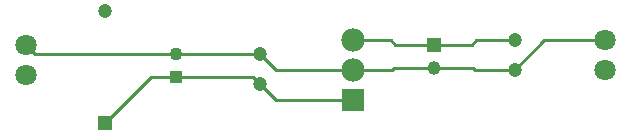
<source format=gbl>
G04*
G04 #@! TF.GenerationSoftware,Altium Limited,Altium Designer,23.1.1 (15)*
G04*
G04 Layer_Physical_Order=2*
G04 Layer_Color=16711680*
%FSLAX44Y44*%
%MOMM*%
G71*
G04*
G04 #@! TF.SameCoordinates,192AC858-DC75-4971-91E7-501E18B89E25*
G04*
G04*
G04 #@! TF.FilePolarity,Positive*
G04*
G01*
G75*
%ADD21C,0.2540*%
%ADD22R,1.9800X1.9800*%
%ADD23C,1.9800*%
%ADD24C,1.2000*%
%ADD25R,1.1000X1.1000*%
%ADD26C,1.1000*%
%ADD27C,1.8000*%
%ADD28R,1.1500X1.1500*%
%ADD29C,1.1500*%
%ADD30R,1.2000X1.2000*%
D21*
X510140Y-54610D02*
X561340D01*
X485140Y-79610D02*
X510140Y-54610D01*
X282810Y-80010D02*
X347980D01*
X269240Y-66440D02*
X282810Y-80010D01*
X78740Y-66040D02*
X198120D01*
X71120Y-58420D02*
X78740Y-66040D01*
X283310Y-105510D02*
X347980D01*
X269240Y-91440D02*
X283310Y-105510D01*
X198120Y-86040D02*
X263840D01*
X269240Y-91440D01*
X176850Y-86040D02*
X198120D01*
X138430Y-124460D02*
X176850Y-86040D01*
X384148Y-58420D02*
X416560D01*
X380238Y-54510D02*
X384148Y-58420D01*
X347980Y-54510D02*
X380238D01*
X452628Y-54610D02*
X485140D01*
X448818Y-58420D02*
X452628Y-54610D01*
X416560Y-58420D02*
X448818D01*
X382844Y-78420D02*
X416560D01*
X381254Y-80010D02*
X382844Y-78420D01*
X347980Y-80010D02*
X381254D01*
X451278Y-79610D02*
X485140D01*
X450088Y-78420D02*
X451278Y-79610D01*
X416560Y-78420D02*
X450088D01*
X233826Y-66440D02*
X269240D01*
X233426Y-66040D02*
X233826Y-66440D01*
X198120Y-66040D02*
X233426D01*
D22*
X347980Y-105510D02*
D03*
D23*
Y-80010D02*
D03*
Y-54510D02*
D03*
D24*
X269240Y-91440D02*
D03*
Y-66440D02*
D03*
X485140Y-54610D02*
D03*
Y-79610D02*
D03*
X138430Y-29460D02*
D03*
D25*
X198120Y-86040D02*
D03*
D26*
Y-66040D02*
D03*
D27*
X71120Y-58420D02*
D03*
Y-83820D02*
D03*
X561340Y-80010D02*
D03*
Y-54610D02*
D03*
D28*
X416560Y-58420D02*
D03*
D29*
Y-78420D02*
D03*
D30*
X138430Y-124460D02*
D03*
M02*

</source>
